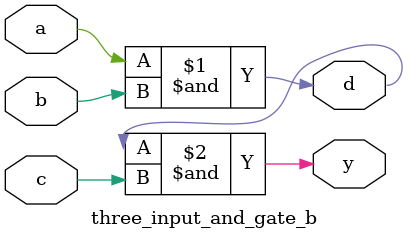
<source format=v>
`timescale 1ns / 1ps


module three_input_and_gate_b(
input a,
input b,
input c,
output d,
output y
    );
    assign d=a&b;
    assign y=d&c;
endmodule

</source>
